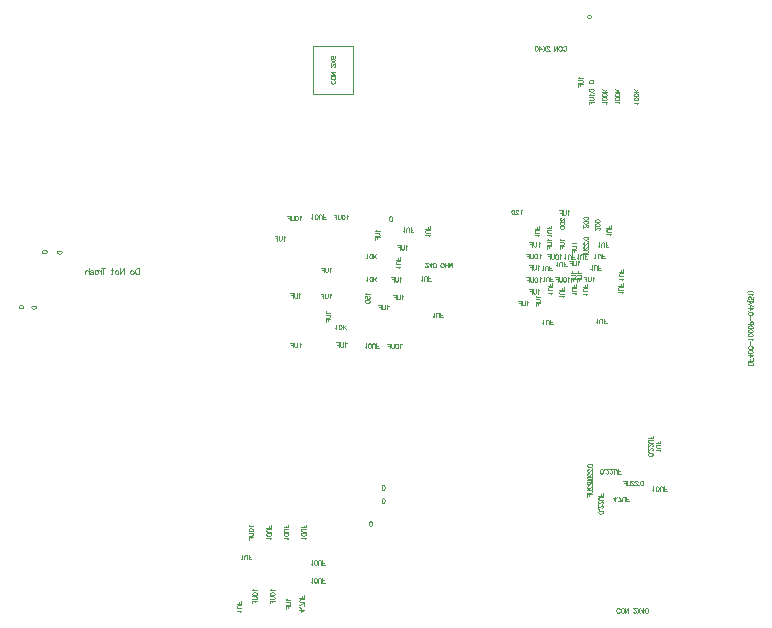
<source format=gbr>
%TF.GenerationSoftware,Altium Limited,Altium Designer,25.7.1 (20)*%
G04 Layer_Color=9339205*
%FSLAX45Y45*%
%MOMM*%
%TF.SameCoordinates,1AA72D45-9F13-4BD8-B423-63960E99F270*%
%TF.FilePolarity,Positive*%
%TF.FileFunction,Other,Bottom_Value*%
%TF.Part,Single*%
G01*
G75*
%TA.AperFunction,NonConductor*%
%ADD96C,0.10160*%
%ADD106C,0.05080*%
%ADD108C,0.02540*%
D96*
X1644782Y3865880D02*
Y3815091D01*
Y3865880D02*
X1627853D01*
X1620597Y3863461D01*
X1615760Y3858624D01*
X1613341Y3853787D01*
X1610923Y3846532D01*
Y3834439D01*
X1613341Y3827184D01*
X1615760Y3822346D01*
X1620597Y3817510D01*
X1627853Y3815091D01*
X1644782D01*
X1587463Y3848950D02*
X1592300Y3846532D01*
X1597137Y3841695D01*
X1599556Y3834439D01*
Y3829602D01*
X1597137Y3822346D01*
X1592300Y3817510D01*
X1587463Y3815091D01*
X1580208D01*
X1575370Y3817510D01*
X1570534Y3822346D01*
X1568115Y3829602D01*
Y3834439D01*
X1570534Y3841695D01*
X1575370Y3846532D01*
X1580208Y3848950D01*
X1587463D01*
X1517084Y3865880D02*
Y3815091D01*
Y3865880D02*
X1483225Y3815091D01*
Y3865880D02*
Y3815091D01*
X1457105Y3848950D02*
X1461942Y3846532D01*
X1466779Y3841695D01*
X1469197Y3834439D01*
Y3829602D01*
X1466779Y3822346D01*
X1461942Y3817510D01*
X1457105Y3815091D01*
X1449849D01*
X1445012Y3817510D01*
X1440175Y3822346D01*
X1437756Y3829602D01*
Y3834439D01*
X1440175Y3841695D01*
X1445012Y3846532D01*
X1449849Y3848950D01*
X1457105D01*
X1419376Y3865880D02*
Y3824765D01*
X1416957Y3817510D01*
X1412120Y3815091D01*
X1407283D01*
X1426631Y3848950D02*
X1409702D01*
X1343192Y3865880D02*
Y3815091D01*
X1360122Y3865880D02*
X1326262D01*
X1320216Y3848950D02*
Y3815091D01*
Y3834439D02*
X1317797Y3841695D01*
X1312961Y3846532D01*
X1308123Y3848950D01*
X1300868D01*
X1267250D02*
Y3815091D01*
Y3841695D02*
X1272087Y3846532D01*
X1276924Y3848950D01*
X1284180D01*
X1289017Y3846532D01*
X1293854Y3841695D01*
X1296272Y3834439D01*
Y3829602D01*
X1293854Y3822346D01*
X1289017Y3817510D01*
X1284180Y3815091D01*
X1276924D01*
X1272087Y3817510D01*
X1267250Y3822346D01*
X1227103Y3841695D02*
X1229521Y3846532D01*
X1236777Y3848950D01*
X1244032D01*
X1251288Y3846532D01*
X1253706Y3841695D01*
X1251288Y3836858D01*
X1246451Y3834439D01*
X1234358Y3832021D01*
X1229521Y3829602D01*
X1227103Y3824765D01*
Y3822346D01*
X1229521Y3817510D01*
X1236777Y3815091D01*
X1244032D01*
X1251288Y3817510D01*
X1253706Y3822346D01*
X1216461Y3865880D02*
Y3815091D01*
Y3839276D02*
X1209206Y3846532D01*
X1204368Y3848950D01*
X1197113D01*
X1192276Y3846532D01*
X1189857Y3839276D01*
Y3815091D01*
D106*
X6838365Y3050810D02*
X6800273D01*
X6838365D02*
Y3063507D01*
X6836551Y3068949D01*
X6832923Y3072577D01*
X6829295Y3074391D01*
X6823853Y3076205D01*
X6814784D01*
X6809342Y3074391D01*
X6805714Y3072577D01*
X6802086Y3068949D01*
X6800273Y3063507D01*
Y3050810D01*
X6838365Y3084730D02*
X6800273D01*
X6838365D02*
Y3108311D01*
X6820226Y3084730D02*
Y3099241D01*
X6838365Y3130803D02*
X6812970Y3112664D01*
Y3139872D01*
X6838365Y3130803D02*
X6800273D01*
X6838365Y3157467D02*
X6836551Y3152025D01*
X6831109Y3148398D01*
X6822039Y3146584D01*
X6816598D01*
X6807528Y3148398D01*
X6802086Y3152025D01*
X6800273Y3157467D01*
Y3161095D01*
X6802086Y3166537D01*
X6807528Y3170164D01*
X6816598Y3171978D01*
X6822039D01*
X6831109Y3170164D01*
X6836551Y3166537D01*
X6838365Y3161095D01*
Y3157467D01*
X6829295Y3207712D02*
X6832923Y3205898D01*
X6836551Y3202270D01*
X6838365Y3198643D01*
Y3191387D01*
X6836551Y3187759D01*
X6832923Y3184132D01*
X6829295Y3182317D01*
X6823853Y3180504D01*
X6814784D01*
X6809342Y3182317D01*
X6805714Y3184132D01*
X6802086Y3187759D01*
X6800273Y3191387D01*
Y3198643D01*
X6802086Y3202270D01*
X6805714Y3205898D01*
X6809342Y3207712D01*
X6816598Y3218414D02*
Y3251064D01*
X6831109Y3262310D02*
X6832923Y3265938D01*
X6838365Y3271380D01*
X6800273D01*
X6838365Y3301128D02*
X6836551Y3295686D01*
X6831109Y3292058D01*
X6822039Y3290244D01*
X6816598D01*
X6807528Y3292058D01*
X6802086Y3295686D01*
X6800273Y3301128D01*
Y3304756D01*
X6802086Y3310197D01*
X6807528Y3313825D01*
X6816598Y3315639D01*
X6822039D01*
X6831109Y3313825D01*
X6836551Y3310197D01*
X6838365Y3304756D01*
Y3301128D01*
Y3335048D02*
X6836551Y3329606D01*
X6831109Y3325978D01*
X6822039Y3324164D01*
X6816598D01*
X6807528Y3325978D01*
X6802086Y3329606D01*
X6800273Y3335048D01*
Y3338676D01*
X6802086Y3344117D01*
X6807528Y3347745D01*
X6816598Y3349559D01*
X6822039D01*
X6831109Y3347745D01*
X6836551Y3344117D01*
X6838365Y3338676D01*
Y3335048D01*
Y3358084D02*
X6800273D01*
X6838365D02*
Y3370781D01*
X6836551Y3376223D01*
X6832923Y3379851D01*
X6829295Y3381665D01*
X6823853Y3383479D01*
X6814784D01*
X6809342Y3381665D01*
X6805714Y3379851D01*
X6802086Y3376223D01*
X6800273Y3370781D01*
Y3358084D01*
X6818412Y3392004D02*
Y3408329D01*
X6820226Y3413771D01*
X6822039Y3415585D01*
X6825667Y3417399D01*
X6831109D01*
X6834737Y3415585D01*
X6836551Y3413771D01*
X6838365Y3408329D01*
Y3392004D01*
X6800273D01*
X6816598Y3425924D02*
Y3458574D01*
X6838365Y3480704D02*
X6836551Y3475262D01*
X6831109Y3471634D01*
X6822039Y3469820D01*
X6816598D01*
X6807528Y3471634D01*
X6802086Y3475262D01*
X6800273Y3480704D01*
Y3484332D01*
X6802086Y3489773D01*
X6807528Y3493401D01*
X6816598Y3495215D01*
X6822039D01*
X6831109Y3493401D01*
X6836551Y3489773D01*
X6838365Y3484332D01*
Y3480704D01*
X6803901Y3505554D02*
X6802086Y3503740D01*
X6800273Y3505554D01*
X6802086Y3507368D01*
X6803901Y3505554D01*
X6838365Y3533851D02*
X6812970Y3515712D01*
Y3542921D01*
X6838365Y3533851D02*
X6800273D01*
X6838365Y3549632D02*
X6800273Y3564143D01*
X6838365Y3578654D02*
X6800273Y3564143D01*
X6845620Y3596249D02*
X6841992Y3592621D01*
X6836551Y3588994D01*
X6829295Y3585366D01*
X6820226Y3583552D01*
X6812970D01*
X6803901Y3585366D01*
X6796645Y3588994D01*
X6791203Y3592621D01*
X6787575Y3596249D01*
X6841992Y3592621D02*
X6834737Y3588994D01*
X6829295Y3587180D01*
X6820226Y3585366D01*
X6812970D01*
X6803901Y3587180D01*
X6798459Y3588994D01*
X6791203Y3592621D01*
X6838365Y3625272D02*
Y3607133D01*
X6822039Y3605319D01*
X6823853Y3607133D01*
X6825667Y3612574D01*
Y3618016D01*
X6823853Y3623458D01*
X6820226Y3627085D01*
X6814784Y3628900D01*
X6811156D01*
X6805714Y3627085D01*
X6802086Y3623458D01*
X6800273Y3618016D01*
Y3612574D01*
X6802086Y3607133D01*
X6803901Y3605319D01*
X6807528Y3603505D01*
X6831109Y3637425D02*
X6832923Y3641053D01*
X6838365Y3646494D01*
X6800273D01*
X6845620Y3665359D02*
X6841992Y3668987D01*
X6836551Y3672614D01*
X6829295Y3676242D01*
X6820226Y3678056D01*
X6812970D01*
X6803901Y3676242D01*
X6796645Y3672614D01*
X6791203Y3668987D01*
X6787575Y3665359D01*
X6841992Y3668987D02*
X6834737Y3672614D01*
X6829295Y3674428D01*
X6820226Y3676242D01*
X6812970D01*
X6803901Y3674428D01*
X6798459Y3672614D01*
X6791203Y3668987D01*
X5712522Y958932D02*
X5710708Y955304D01*
X5707081Y951676D01*
X5703453Y949862D01*
X5696197D01*
X5692569Y951676D01*
X5688942Y955304D01*
X5687128Y958932D01*
X5685314Y964374D01*
Y973443D01*
X5687128Y978885D01*
X5688942Y982513D01*
X5692569Y986141D01*
X5696197Y987954D01*
X5703453D01*
X5707081Y986141D01*
X5710708Y982513D01*
X5712522Y978885D01*
X5734108Y949862D02*
X5730480Y951676D01*
X5726852Y955304D01*
X5725038Y958932D01*
X5723224Y964374D01*
Y973443D01*
X5725038Y978885D01*
X5726852Y982513D01*
X5730480Y986141D01*
X5734108Y987954D01*
X5741363D01*
X5744991Y986141D01*
X5748619Y982513D01*
X5750433Y978885D01*
X5752247Y973443D01*
Y964374D01*
X5750433Y958932D01*
X5748619Y955304D01*
X5744991Y951676D01*
X5741363Y949862D01*
X5734108D01*
X5761135D02*
Y987954D01*
Y949862D02*
X5786529Y987954D01*
Y949862D02*
Y987954D01*
X5828793Y958932D02*
Y957118D01*
X5830607Y953490D01*
X5832421Y951676D01*
X5836049Y949862D01*
X5843304D01*
X5846932Y951676D01*
X5848746Y953490D01*
X5850560Y957118D01*
Y960746D01*
X5848746Y964374D01*
X5845118Y969815D01*
X5826979Y987954D01*
X5852374D01*
X5860899Y949862D02*
X5886294Y987954D01*
Y949862D02*
X5860899Y987954D01*
X5912958Y949862D02*
X5894819Y975257D01*
X5922028D01*
X5912958Y949862D02*
Y987954D01*
X5939622Y949862D02*
X5934181Y951676D01*
X5930553Y957118D01*
X5928739Y966188D01*
Y971629D01*
X5930553Y980699D01*
X5934181Y986141D01*
X5939622Y987954D01*
X5943250D01*
X5948692Y986141D01*
X5952320Y980699D01*
X5954134Y971629D01*
Y966188D01*
X5952320Y957118D01*
X5948692Y951676D01*
X5943250Y949862D01*
X5939622D01*
X3295517Y5456425D02*
X3299145Y5454612D01*
X3302773Y5450984D01*
X3304587Y5447356D01*
Y5440100D01*
X3302773Y5436472D01*
X3299145Y5432845D01*
X3295517Y5431031D01*
X3290075Y5429217D01*
X3281006D01*
X3275564Y5431031D01*
X3271937Y5432845D01*
X3268309Y5436472D01*
X3266495Y5440100D01*
Y5447356D01*
X3268309Y5450984D01*
X3271937Y5454612D01*
X3275564Y5456425D01*
X3304587Y5478011D02*
X3302773Y5474383D01*
X3299145Y5470755D01*
X3295517Y5468941D01*
X3290075Y5467127D01*
X3281006D01*
X3275564Y5468941D01*
X3271937Y5470755D01*
X3268309Y5474383D01*
X3266495Y5478011D01*
Y5485266D01*
X3268309Y5488894D01*
X3271937Y5492522D01*
X3275564Y5494336D01*
X3281006Y5496150D01*
X3290075D01*
X3295517Y5494336D01*
X3299145Y5492522D01*
X3302773Y5488894D01*
X3304587Y5485266D01*
Y5478011D01*
Y5505038D02*
X3266495D01*
X3304587D02*
X3266495Y5530433D01*
X3304587D02*
X3266495D01*
X3295517Y5572696D02*
X3297331D01*
X3300959Y5574510D01*
X3302773Y5576324D01*
X3304587Y5579952D01*
Y5587208D01*
X3302773Y5590835D01*
X3300959Y5592649D01*
X3297331Y5594463D01*
X3293703D01*
X3290075Y5592649D01*
X3284634Y5589021D01*
X3266495Y5570882D01*
Y5596277D01*
X3304587Y5604802D02*
X3266495Y5630197D01*
X3304587D02*
X3266495Y5604802D01*
X3299145Y5660489D02*
X3302773Y5658675D01*
X3304587Y5653234D01*
Y5649606D01*
X3302773Y5644164D01*
X3297331Y5640536D01*
X3288262Y5638722D01*
X3279192D01*
X3271937Y5640536D01*
X3268309Y5644164D01*
X3266495Y5649606D01*
Y5651419D01*
X3268309Y5656861D01*
X3271937Y5660489D01*
X3277378Y5662303D01*
X3279192D01*
X3284634Y5660489D01*
X3288262Y5656861D01*
X3290075Y5651419D01*
Y5649606D01*
X3288262Y5644164D01*
X3284634Y5640536D01*
X3279192Y5638722D01*
X2760645Y1149624D02*
X2758831Y1145996D01*
X2753389Y1140554D01*
X2791481D01*
X2753389Y1110807D02*
X2755203Y1116248D01*
X2760645Y1119876D01*
X2769714Y1121690D01*
X2775156D01*
X2784226Y1119876D01*
X2789667Y1116248D01*
X2791481Y1110807D01*
Y1107179D01*
X2789667Y1101737D01*
X2784226Y1098109D01*
X2775156Y1096295D01*
X2769714D01*
X2760645Y1098109D01*
X2755203Y1101737D01*
X2753389Y1107179D01*
Y1110807D01*
Y1087770D02*
X2780598D01*
X2786039Y1085956D01*
X2789667Y1082328D01*
X2791481Y1076887D01*
Y1073259D01*
X2789667Y1067817D01*
X2786039Y1064189D01*
X2780598Y1062375D01*
X2753389D01*
Y1051855D02*
X2791481D01*
X2753389D02*
Y1028274D01*
X2771528Y1051855D02*
Y1037344D01*
X2502692Y958874D02*
X2504506Y962502D01*
X2509948Y967943D01*
X2471856D01*
X2509948Y986808D02*
X2482740D01*
X2477298Y988622D01*
X2473670Y992249D01*
X2471856Y997691D01*
Y1001319D01*
X2473670Y1006761D01*
X2477298Y1010388D01*
X2482740Y1012202D01*
X2509948D01*
Y1022723D02*
X2471856D01*
X2509948D02*
Y1046303D01*
X2491809Y1022723D02*
Y1037234D01*
X2507969Y1408628D02*
X2511597Y1406815D01*
X2517039Y1401373D01*
Y1439465D01*
X2535903Y1401373D02*
Y1428581D01*
X2537717Y1434023D01*
X2541345Y1437651D01*
X2546787Y1439465D01*
X2550415D01*
X2555856Y1437651D01*
X2559484Y1434023D01*
X2561298Y1428581D01*
Y1401373D01*
X2571818D02*
Y1439465D01*
Y1401373D02*
X2595399D01*
X2571818Y1419512D02*
X2586330D01*
X2892801Y1067385D02*
X2890987Y1063757D01*
X2885545Y1058316D01*
X2923637D01*
X2885545Y1039451D02*
X2912754D01*
X2918196Y1037637D01*
X2921823Y1034010D01*
X2923637Y1028568D01*
Y1024940D01*
X2921823Y1019498D01*
X2918196Y1015871D01*
X2912754Y1014057D01*
X2885545D01*
Y1003536D02*
X2923637D01*
X2885545D02*
Y979956D01*
X2903684Y1003536D02*
Y989025D01*
X3601887Y1684710D02*
X3596446Y1686524D01*
X3592818Y1691965D01*
X3591004Y1701035D01*
Y1706477D01*
X3592818Y1715546D01*
X3596446Y1720988D01*
X3601887Y1722802D01*
X3605515D01*
X3610957Y1720988D01*
X3614585Y1715546D01*
X3616399Y1706477D01*
Y1701035D01*
X3614585Y1691965D01*
X3610957Y1686524D01*
X3605515Y1684710D01*
X3601887D01*
X3713008Y2029050D02*
X3718450Y2027236D01*
X3722077Y2021794D01*
X3723891Y2012724D01*
Y2007283D01*
X3722077Y1998213D01*
X3718450Y1992771D01*
X3713008Y1990958D01*
X3709380D01*
X3703938Y1992771D01*
X3700311Y1998213D01*
X3698497Y2007283D01*
Y2012724D01*
X3700311Y2021794D01*
X3703938Y2027236D01*
X3709380Y2029050D01*
X3713008D01*
X3713033Y1918331D02*
X3718475Y1916517D01*
X3722103Y1911075D01*
X3723917Y1902006D01*
Y1896564D01*
X3722103Y1887495D01*
X3718475Y1882053D01*
X3713033Y1880239D01*
X3709405D01*
X3703964Y1882053D01*
X3700336Y1887495D01*
X3698522Y1896564D01*
Y1902006D01*
X3700336Y1911075D01*
X3703964Y1916517D01*
X3709405Y1918331D01*
X3713033D01*
X5220456Y3977442D02*
X5216828Y3979255D01*
X5211387Y3984697D01*
Y3946605D01*
X5181639Y3984697D02*
X5187081Y3982883D01*
X5190708Y3977442D01*
X5192522Y3968372D01*
Y3962930D01*
X5190708Y3953861D01*
X5187081Y3948419D01*
X5181639Y3946605D01*
X5178011D01*
X5172569Y3948419D01*
X5168942Y3953861D01*
X5167128Y3962930D01*
Y3968372D01*
X5168942Y3977442D01*
X5172569Y3982883D01*
X5178011Y3984697D01*
X5181639D01*
X5158602D02*
Y3957489D01*
X5156789Y3952047D01*
X5153161Y3948419D01*
X5147719Y3946605D01*
X5144091D01*
X5138649Y3948419D01*
X5135022Y3952047D01*
X5133208Y3957489D01*
Y3984697D01*
X5122687D02*
Y3946605D01*
Y3984697D02*
X5099107D01*
X5122687Y3966558D02*
X5108176D01*
X5044079Y3781303D02*
X5040451Y3783117D01*
X5035009Y3788558D01*
Y3750466D01*
X5005261Y3788558D02*
X5010703Y3786745D01*
X5014331Y3781303D01*
X5016145Y3772233D01*
Y3766792D01*
X5014331Y3757722D01*
X5010703Y3752280D01*
X5005261Y3750466D01*
X5001633D01*
X4996192Y3752280D01*
X4992564Y3757722D01*
X4990750Y3766792D01*
Y3772233D01*
X4992564Y3781303D01*
X4996192Y3786745D01*
X5001633Y3788558D01*
X5005261D01*
X4982225D02*
Y3761350D01*
X4980411Y3755908D01*
X4976783Y3752280D01*
X4971341Y3750466D01*
X4967713D01*
X4962272Y3752280D01*
X4958644Y3755908D01*
X4956830Y3761350D01*
Y3788558D01*
X4946310D02*
Y3750466D01*
Y3788558D02*
X4922729D01*
X4946310Y3770419D02*
X4931798D01*
X3102920Y4291020D02*
X3106548Y4289207D01*
X3111990Y4283765D01*
Y4321857D01*
X3141737Y4283765D02*
X3136296Y4285579D01*
X3132668Y4291020D01*
X3130854Y4300090D01*
Y4305532D01*
X3132668Y4314601D01*
X3136296Y4320043D01*
X3141737Y4321857D01*
X3145365D01*
X3150807Y4320043D01*
X3154435Y4314601D01*
X3156249Y4305532D01*
Y4300090D01*
X3154435Y4291020D01*
X3150807Y4285579D01*
X3145365Y4283765D01*
X3141737D01*
X3164774D02*
Y4310973D01*
X3166588Y4316415D01*
X3170216Y4320043D01*
X3175657Y4321857D01*
X3179285D01*
X3184727Y4320043D01*
X3188355Y4316415D01*
X3190169Y4310973D01*
Y4283765D01*
X3200689D02*
Y4321857D01*
Y4283765D02*
X3224270D01*
X3200689Y4301904D02*
X3215200D01*
X3866509Y3221106D02*
X3862881Y3222920D01*
X3857440Y3228361D01*
Y3190269D01*
X3827692Y3228361D02*
X3833134Y3226548D01*
X3836761Y3221106D01*
X3838575Y3212036D01*
Y3206595D01*
X3836761Y3197525D01*
X3833134Y3192083D01*
X3827692Y3190269D01*
X3824064D01*
X3818622Y3192083D01*
X3814995Y3197525D01*
X3813181Y3206595D01*
Y3212036D01*
X3814995Y3221106D01*
X3818622Y3226548D01*
X3824064Y3228361D01*
X3827692D01*
X3804655D02*
Y3201153D01*
X3802842Y3195711D01*
X3799214Y3192083D01*
X3793772Y3190269D01*
X3790144D01*
X3784702Y3192083D01*
X3781075Y3195711D01*
X3779261Y3201153D01*
Y3228361D01*
X3768740D02*
Y3190269D01*
Y3228361D02*
X3745160D01*
X3768740Y3210222D02*
X3754229D01*
X3553872Y3199608D02*
X3557500Y3197794D01*
X3562941Y3192352D01*
Y3230444D01*
X3592689Y3192352D02*
X3587247Y3194166D01*
X3583619Y3199608D01*
X3581806Y3208677D01*
Y3214119D01*
X3583619Y3223189D01*
X3587247Y3228630D01*
X3592689Y3230444D01*
X3596317D01*
X3601759Y3228630D01*
X3605386Y3223189D01*
X3607200Y3214119D01*
Y3208677D01*
X3605386Y3199608D01*
X3601759Y3194166D01*
X3596317Y3192352D01*
X3592689D01*
X3615726D02*
Y3219561D01*
X3617539Y3225002D01*
X3621167Y3228630D01*
X3626609Y3230444D01*
X3630237D01*
X3635679Y3228630D01*
X3639306Y3225002D01*
X3641120Y3219561D01*
Y3192352D01*
X3651641D02*
Y3230444D01*
Y3192352D02*
X3675221D01*
X3651641Y3210491D02*
X3666152D01*
X3016143Y4302917D02*
X3012515Y4304731D01*
X3007073Y4310173D01*
Y4272081D01*
X2977325Y4310173D02*
X2982767Y4308359D01*
X2986395Y4302917D01*
X2988209Y4293848D01*
Y4288406D01*
X2986395Y4279336D01*
X2982767Y4273895D01*
X2977325Y4272081D01*
X2973697D01*
X2968256Y4273895D01*
X2964628Y4279336D01*
X2962814Y4288406D01*
Y4293848D01*
X2964628Y4302917D01*
X2968256Y4308359D01*
X2973697Y4310173D01*
X2977325D01*
X2954289D02*
Y4282964D01*
X2952475Y4277523D01*
X2948847Y4273895D01*
X2943405Y4272081D01*
X2939777D01*
X2934336Y4273895D01*
X2930708Y4277523D01*
X2928894Y4282964D01*
Y4310173D01*
X2918374D02*
Y4272081D01*
Y4310173D02*
X2894793D01*
X2918374Y4292034D02*
X2903862D01*
X5990646Y1988714D02*
X5994274Y1986900D01*
X5999716Y1981458D01*
Y2019550D01*
X6029463Y1981458D02*
X6024022Y1983272D01*
X6020394Y1988714D01*
X6018580Y1997783D01*
Y2003225D01*
X6020394Y2012294D01*
X6024022Y2017736D01*
X6029463Y2019550D01*
X6033091D01*
X6038533Y2017736D01*
X6042161Y2012294D01*
X6043975Y2003225D01*
Y1997783D01*
X6042161Y1988714D01*
X6038533Y1983272D01*
X6033091Y1981458D01*
X6029463D01*
X6052500D02*
Y2008667D01*
X6054314Y2014108D01*
X6057942Y2017736D01*
X6063383Y2019550D01*
X6067011D01*
X6072453Y2017736D01*
X6076081Y2014108D01*
X6077895Y2008667D01*
Y1981458D01*
X6088415D02*
Y2019550D01*
Y1981458D02*
X6111996D01*
X6088415Y1999597D02*
X6102926D01*
X3566096Y3956731D02*
X3569724Y3954917D01*
X3575166Y3949475D01*
Y3987567D01*
X3604914Y3949475D02*
X3599472Y3951289D01*
X3595844Y3956731D01*
X3594030Y3965801D01*
Y3971242D01*
X3595844Y3980312D01*
X3599472Y3985754D01*
X3604914Y3987567D01*
X3608541D01*
X3613983Y3985754D01*
X3617611Y3980312D01*
X3619425Y3971242D01*
Y3965801D01*
X3617611Y3956731D01*
X3613983Y3951289D01*
X3608541Y3949475D01*
X3604914D01*
X3627950D02*
Y3987567D01*
X3653345Y3949475D02*
X3627950Y3974870D01*
X3637020Y3965801D02*
X3653345Y3987567D01*
X3565952Y3660788D02*
X3564138Y3657160D01*
X3558696Y3651718D01*
X3596788D01*
X3558696Y3611087D02*
Y3629226D01*
X3575021Y3631040D01*
X3573207Y3629226D01*
X3571393Y3623784D01*
Y3618343D01*
X3573207Y3612901D01*
X3576835Y3609273D01*
X3582277Y3607459D01*
X3585905D01*
X3591346Y3609273D01*
X3594974Y3612901D01*
X3596788Y3618343D01*
Y3623784D01*
X3594974Y3629226D01*
X3593160Y3631040D01*
X3589533Y3632854D01*
X3558696Y3588050D02*
X3560510Y3593492D01*
X3565952Y3597120D01*
X3575021Y3598934D01*
X3580463D01*
X3589533Y3597120D01*
X3594974Y3593492D01*
X3596788Y3588050D01*
Y3584423D01*
X3594974Y3578981D01*
X3589533Y3575353D01*
X3580463Y3573539D01*
X3575021D01*
X3565952Y3575353D01*
X3560510Y3578981D01*
X3558696Y3584423D01*
Y3588050D01*
X3567188Y3764224D02*
X3570816Y3762411D01*
X3576258Y3756969D01*
Y3795061D01*
X3606006Y3756969D02*
X3600564Y3758783D01*
X3596936Y3764224D01*
X3595122Y3773294D01*
Y3778736D01*
X3596936Y3787805D01*
X3600564Y3793247D01*
X3606006Y3795061D01*
X3609634D01*
X3615075Y3793247D01*
X3618703Y3787805D01*
X3620517Y3778736D01*
Y3773294D01*
X3618703Y3764224D01*
X3615075Y3758783D01*
X3609634Y3756969D01*
X3606006D01*
X3629042D02*
Y3795061D01*
X3654437Y3756969D02*
X3629042Y3782364D01*
X3638112Y3773294D02*
X3654437Y3795061D01*
X3412205Y4313001D02*
X3408577Y4314815D01*
X3403135Y4320257D01*
Y4282165D01*
X3373387Y4320257D02*
X3378829Y4318443D01*
X3382457Y4313001D01*
X3384271Y4303931D01*
Y4298490D01*
X3382457Y4289420D01*
X3378829Y4283978D01*
X3373387Y4282165D01*
X3369760D01*
X3364318Y4283978D01*
X3360690Y4289420D01*
X3358876Y4298490D01*
Y4303931D01*
X3360690Y4313001D01*
X3364318Y4318443D01*
X3369760Y4320257D01*
X3373387D01*
X3350351D02*
Y4293048D01*
X3348537Y4287606D01*
X3344909Y4283978D01*
X3339468Y4282165D01*
X3335840D01*
X3330398Y4283978D01*
X3326770Y4287606D01*
X3324956Y4293048D01*
Y4320257D01*
X3314436D02*
Y4282165D01*
Y4320257D02*
X3290855D01*
X3314436Y4302118D02*
X3299925D01*
X5043774Y3981201D02*
X5040146Y3983015D01*
X5034704Y3988456D01*
Y3950364D01*
X5004956Y3988456D02*
X5010398Y3986643D01*
X5014026Y3981201D01*
X5015840Y3972131D01*
Y3966690D01*
X5014026Y3957620D01*
X5010398Y3952178D01*
X5004956Y3950364D01*
X5001329D01*
X4995887Y3952178D01*
X4992259Y3957620D01*
X4990445Y3966690D01*
Y3972131D01*
X4992259Y3981201D01*
X4995887Y3986643D01*
X5001329Y3988456D01*
X5004956D01*
X4981920D02*
Y3961248D01*
X4980106Y3955806D01*
X4976478Y3952178D01*
X4971037Y3950364D01*
X4967409D01*
X4961967Y3952178D01*
X4958339Y3955806D01*
X4956525Y3961248D01*
Y3988456D01*
X4946005D02*
Y3950364D01*
Y3988456D02*
X4922424D01*
X4946005Y3970317D02*
X4931494D01*
X5286598Y3784376D02*
X5282970Y3786190D01*
X5277528Y3791632D01*
Y3753540D01*
X5247780Y3791632D02*
X5253222Y3789818D01*
X5256850Y3784376D01*
X5258664Y3775307D01*
Y3769865D01*
X5256850Y3760795D01*
X5253222Y3755354D01*
X5247780Y3753540D01*
X5244153D01*
X5238711Y3755354D01*
X5235083Y3760795D01*
X5233269Y3769865D01*
Y3775307D01*
X5235083Y3784376D01*
X5238711Y3789818D01*
X5244153Y3791632D01*
X5247780D01*
X5224744D02*
Y3764423D01*
X5222930Y3758982D01*
X5219302Y3755354D01*
X5213861Y3753540D01*
X5210233D01*
X5204791Y3755354D01*
X5201163Y3758982D01*
X5199349Y3764423D01*
Y3791632D01*
X5188829D02*
Y3753540D01*
Y3791632D02*
X5165248D01*
X5188829Y3773493D02*
X5174318D01*
X5455594Y5376975D02*
X5457407Y5382417D01*
X5462849Y5386045D01*
X5471919Y5387859D01*
X5477360D01*
X5486430Y5386045D01*
X5491872Y5382417D01*
X5493685Y5376975D01*
Y5373347D01*
X5491872Y5367906D01*
X5486430Y5364278D01*
X5477360Y5362464D01*
X5471919D01*
X5462849Y5364278D01*
X5457407Y5367906D01*
X5455594Y5373347D01*
Y5376975D01*
X5490058Y5352125D02*
X5491872Y5353939D01*
X5493685Y5352125D01*
X5491872Y5350311D01*
X5490058Y5352125D01*
X5462849Y5341967D02*
X5461035Y5338339D01*
X5455594Y5332897D01*
X5493685D01*
X5455594Y5314033D02*
X5482802D01*
X5488244Y5312219D01*
X5491872Y5308591D01*
X5493685Y5303150D01*
Y5299522D01*
X5491872Y5294080D01*
X5488244Y5290452D01*
X5482802Y5288638D01*
X5455594D01*
Y5278118D02*
X5493685D01*
X5455594D02*
Y5254537D01*
X5473733Y5278118D02*
Y5263607D01*
X3772626Y4267102D02*
X3767184Y4268916D01*
X3763557Y4274358D01*
X3761743Y4283428D01*
Y4288869D01*
X3763557Y4297939D01*
X3767184Y4303381D01*
X3772626Y4305194D01*
X3776254D01*
X3781696Y4303381D01*
X3785323Y4297939D01*
X3787137Y4288869D01*
Y4283428D01*
X3785323Y4274358D01*
X3781696Y4268916D01*
X3776254Y4267102D01*
X3772626D01*
X4883772Y4355724D02*
X4880144Y4357538D01*
X4874702Y4362979D01*
Y4324887D01*
X4854024Y4353910D02*
Y4355724D01*
X4852210Y4359351D01*
X4850396Y4361166D01*
X4846769Y4362979D01*
X4839513D01*
X4835885Y4361166D01*
X4834071Y4359351D01*
X4832258Y4355724D01*
Y4352096D01*
X4834071Y4348468D01*
X4837699Y4343026D01*
X4855838Y4324887D01*
X4830443D01*
X4811035Y4362979D02*
X4816477Y4361166D01*
X4820104Y4355724D01*
X4821918Y4346654D01*
Y4341213D01*
X4820104Y4332143D01*
X4816477Y4326701D01*
X4811035Y4324887D01*
X4807407D01*
X4801965Y4326701D01*
X4798338Y4332143D01*
X4796524Y4341213D01*
Y4346654D01*
X4798338Y4355724D01*
X4801965Y4361166D01*
X4807407Y4362979D01*
X4811035D01*
X5596082Y5260894D02*
X5597896Y5264522D01*
X5603338Y5269963D01*
X5565246D01*
X5603338Y5299711D02*
X5601524Y5294269D01*
X5596082Y5290641D01*
X5587012Y5288828D01*
X5581571D01*
X5572501Y5290641D01*
X5567059Y5294269D01*
X5565246Y5299711D01*
Y5303339D01*
X5567059Y5308781D01*
X5572501Y5312408D01*
X5581571Y5314222D01*
X5587012D01*
X5596082Y5312408D01*
X5601524Y5308781D01*
X5603338Y5303339D01*
Y5299711D01*
Y5333631D02*
X5601524Y5328189D01*
X5596082Y5324561D01*
X5587012Y5322748D01*
X5581571D01*
X5572501Y5324561D01*
X5567059Y5328189D01*
X5565246Y5333631D01*
Y5337259D01*
X5567059Y5342701D01*
X5572501Y5346328D01*
X5581571Y5348142D01*
X5587012D01*
X5596082Y5346328D01*
X5601524Y5342701D01*
X5603338Y5337259D01*
Y5333631D01*
Y5356667D02*
X5565246D01*
X5603338Y5382062D02*
X5577943Y5356667D01*
X5587012Y5365737D02*
X5565246Y5382062D01*
X3306127Y3356834D02*
X3309755Y3355020D01*
X3315197Y3349578D01*
Y3387670D01*
X3344945Y3349578D02*
X3339503Y3351392D01*
X3335875Y3356834D01*
X3334061Y3365903D01*
Y3371345D01*
X3335875Y3380415D01*
X3339503Y3385856D01*
X3344945Y3387670D01*
X3348572D01*
X3354014Y3385856D01*
X3357642Y3380415D01*
X3359456Y3371345D01*
Y3365903D01*
X3357642Y3356834D01*
X3354014Y3351392D01*
X3348572Y3349578D01*
X3344945D01*
X3367981D02*
Y3387670D01*
X3393376Y3349578D02*
X3367981Y3374973D01*
X3377051Y3365903D02*
X3393376Y3387670D01*
X5863265Y5260106D02*
X5865078Y5263734D01*
X5870520Y5269176D01*
X5832428D01*
X5870520Y5298924D02*
X5868706Y5293482D01*
X5863265Y5289854D01*
X5854195Y5288040D01*
X5848753D01*
X5839684Y5289854D01*
X5834242Y5293482D01*
X5832428Y5298924D01*
Y5302551D01*
X5834242Y5307993D01*
X5839684Y5311621D01*
X5848753Y5313435D01*
X5854195D01*
X5863265Y5311621D01*
X5868706Y5307993D01*
X5870520Y5302551D01*
Y5298924D01*
Y5332844D02*
X5868706Y5327402D01*
X5863265Y5323774D01*
X5854195Y5321960D01*
X5848753D01*
X5839684Y5323774D01*
X5834242Y5327402D01*
X5832428Y5332844D01*
Y5336471D01*
X5834242Y5341913D01*
X5839684Y5345541D01*
X5848753Y5347355D01*
X5854195D01*
X5863265Y5345541D01*
X5868706Y5341913D01*
X5870520Y5336471D01*
Y5332844D01*
Y5355880D02*
X5832428D01*
X5870520Y5381275D02*
X5845125Y5355880D01*
X5854195Y5364950D02*
X5832428Y5381275D01*
X5704591Y5261707D02*
X5706405Y5265334D01*
X5711846Y5270776D01*
X5673754D01*
X5711846Y5300524D02*
X5710033Y5295082D01*
X5704591Y5291454D01*
X5695521Y5289640D01*
X5690080D01*
X5681010Y5291454D01*
X5675568Y5295082D01*
X5673754Y5300524D01*
Y5304152D01*
X5675568Y5309593D01*
X5681010Y5313221D01*
X5690080Y5315035D01*
X5695521D01*
X5704591Y5313221D01*
X5710033Y5309593D01*
X5711846Y5304152D01*
Y5300524D01*
Y5334444D02*
X5710033Y5329002D01*
X5704591Y5325374D01*
X5695521Y5323560D01*
X5690080D01*
X5681010Y5325374D01*
X5675568Y5329002D01*
X5673754Y5334444D01*
Y5338072D01*
X5675568Y5343513D01*
X5681010Y5347141D01*
X5690080Y5348955D01*
X5695521D01*
X5704591Y5347141D01*
X5710033Y5343513D01*
X5711846Y5338072D01*
Y5334444D01*
Y5357480D02*
X5673754D01*
X5711846Y5382875D02*
X5686452Y5357480D01*
X5695521Y5366550D02*
X5673754Y5382875D01*
X771140Y3534806D02*
X769326Y3529364D01*
X763885Y3525736D01*
X754815Y3523922D01*
X749373D01*
X740304Y3525736D01*
X734862Y3529364D01*
X733048Y3534806D01*
Y3538434D01*
X734862Y3543875D01*
X740304Y3547503D01*
X749373Y3549317D01*
X754815D01*
X763885Y3547503D01*
X769326Y3543875D01*
X771140Y3538434D01*
Y3534806D01*
X663241Y3538540D02*
X661427Y3533098D01*
X655985Y3529470D01*
X646916Y3527656D01*
X641474D01*
X632405Y3529470D01*
X626963Y3533098D01*
X625149Y3538540D01*
Y3542167D01*
X626963Y3547609D01*
X632405Y3551237D01*
X641474Y3553051D01*
X646916D01*
X655985Y3551237D01*
X661427Y3547609D01*
X663241Y3542167D01*
Y3538540D01*
X989326Y4000616D02*
X987512Y3995175D01*
X982071Y3991547D01*
X973001Y3989733D01*
X967559D01*
X958490Y3991547D01*
X953048Y3995175D01*
X951234Y4000616D01*
Y4004244D01*
X953048Y4009686D01*
X958490Y4013314D01*
X967559Y4015128D01*
X973001D01*
X982071Y4013314D01*
X987512Y4009686D01*
X989326Y4004244D01*
Y4000616D01*
X860624Y4004909D02*
X858811Y3999467D01*
X853369Y3995839D01*
X844299Y3994026D01*
X838858D01*
X829788Y3995839D01*
X824346Y3999467D01*
X822533Y4004909D01*
Y4008537D01*
X824346Y4013979D01*
X829788Y4017606D01*
X838858Y4019420D01*
X844299D01*
X853369Y4017606D01*
X858811Y4013979D01*
X860624Y4008537D01*
Y4004909D01*
X3096367Y1363543D02*
X3099995Y1361730D01*
X3105437Y1356288D01*
Y1394380D01*
X3135184Y1356288D02*
X3129743Y1358102D01*
X3126115Y1363543D01*
X3124301Y1372613D01*
Y1378055D01*
X3126115Y1387124D01*
X3129743Y1392566D01*
X3135184Y1394380D01*
X3138812D01*
X3144254Y1392566D01*
X3147881Y1387124D01*
X3149696Y1378055D01*
Y1372613D01*
X3147881Y1363543D01*
X3144254Y1358102D01*
X3138812Y1356288D01*
X3135184D01*
X3158221D02*
Y1383496D01*
X3160035Y1388938D01*
X3163662Y1392566D01*
X3169104Y1394380D01*
X3172732D01*
X3178174Y1392566D01*
X3181801Y1388938D01*
X3183615Y1383496D01*
Y1356288D01*
X3194136D02*
Y1394380D01*
Y1356288D02*
X3217716D01*
X3194136Y1374427D02*
X3208647D01*
X3098399Y1212058D02*
X3102027Y1210244D01*
X3107469Y1204802D01*
Y1242894D01*
X3137216Y1204802D02*
X3131775Y1206616D01*
X3128147Y1212058D01*
X3126333Y1221127D01*
Y1226569D01*
X3128147Y1235639D01*
X3131775Y1241080D01*
X3137216Y1242894D01*
X3140844D01*
X3146286Y1241080D01*
X3149913Y1235639D01*
X3151728Y1226569D01*
Y1221127D01*
X3149913Y1212058D01*
X3146286Y1206616D01*
X3140844Y1204802D01*
X3137216D01*
X3160253D02*
Y1232011D01*
X3162067Y1237452D01*
X3165694Y1241080D01*
X3171136Y1242894D01*
X3174764D01*
X3180206Y1241080D01*
X3183833Y1237452D01*
X3185647Y1232011D01*
Y1204802D01*
X3196168D02*
Y1242894D01*
Y1204802D02*
X3219748D01*
X3196168Y1222941D02*
X3210679D01*
X3048055Y1574526D02*
X3049869Y1578154D01*
X3055311Y1583596D01*
X3017219D01*
X3055311Y1613343D02*
X3053497Y1607902D01*
X3048055Y1604274D01*
X3038986Y1602460D01*
X3033544D01*
X3024475Y1604274D01*
X3019033Y1607902D01*
X3017219Y1613343D01*
Y1616971D01*
X3019033Y1622413D01*
X3024475Y1626041D01*
X3033544Y1627855D01*
X3038986D01*
X3048055Y1626041D01*
X3053497Y1622413D01*
X3055311Y1616971D01*
Y1613343D01*
Y1636380D02*
X3028102D01*
X3022661Y1638194D01*
X3019033Y1641822D01*
X3017219Y1647263D01*
Y1650891D01*
X3019033Y1656333D01*
X3022661Y1659961D01*
X3028102Y1661775D01*
X3055311D01*
Y1672295D02*
X3017219D01*
X3055311D02*
Y1695876D01*
X3037172Y1672295D02*
Y1686806D01*
X2901066Y1573840D02*
X2902879Y1577468D01*
X2908321Y1582910D01*
X2870229D01*
X2908321Y1612658D02*
X2906507Y1607216D01*
X2901066Y1603588D01*
X2891996Y1601774D01*
X2886554D01*
X2877485Y1603588D01*
X2872043Y1607216D01*
X2870229Y1612658D01*
Y1616286D01*
X2872043Y1621727D01*
X2877485Y1625355D01*
X2886554Y1627169D01*
X2891996D01*
X2901066Y1625355D01*
X2906507Y1621727D01*
X2908321Y1616286D01*
Y1612658D01*
Y1635694D02*
X2881113D01*
X2875671Y1637508D01*
X2872043Y1641136D01*
X2870229Y1646578D01*
Y1650205D01*
X2872043Y1655647D01*
X2875671Y1659275D01*
X2881113Y1661089D01*
X2908321D01*
Y1671609D02*
X2870229D01*
X2908321D02*
Y1695190D01*
X2890182Y1671609D02*
Y1686121D01*
X2752679Y1573358D02*
X2754493Y1576986D01*
X2759934Y1582427D01*
X2721842D01*
X2759934Y1612175D02*
X2758120Y1606733D01*
X2752679Y1603106D01*
X2743609Y1601292D01*
X2738167D01*
X2729098Y1603106D01*
X2723656Y1606733D01*
X2721842Y1612175D01*
Y1615803D01*
X2723656Y1621245D01*
X2729098Y1624872D01*
X2738167Y1626686D01*
X2743609D01*
X2752679Y1624872D01*
X2758120Y1621245D01*
X2759934Y1615803D01*
Y1612175D01*
Y1635212D02*
X2732726D01*
X2727284Y1637025D01*
X2723656Y1640653D01*
X2721842Y1646095D01*
Y1649723D01*
X2723656Y1655165D01*
X2727284Y1658792D01*
X2732726Y1660606D01*
X2759934D01*
Y1671127D02*
X2721842D01*
X2759934D02*
Y1694707D01*
X2741795Y1671127D02*
Y1685638D01*
X2611521Y1149649D02*
X2609708Y1146021D01*
X2604266Y1140580D01*
X2642358D01*
X2604266Y1110832D02*
X2606080Y1116274D01*
X2611521Y1119901D01*
X2620591Y1121715D01*
X2626033D01*
X2635102Y1119901D01*
X2640544Y1116274D01*
X2642358Y1110832D01*
Y1107204D01*
X2640544Y1101762D01*
X2635102Y1098135D01*
X2626033Y1096321D01*
X2620591D01*
X2611521Y1098135D01*
X2606080Y1101762D01*
X2604266Y1107204D01*
Y1110832D01*
Y1087795D02*
X2631474D01*
X2636916Y1085982D01*
X2640544Y1082354D01*
X2642358Y1076912D01*
Y1073284D01*
X2640544Y1067842D01*
X2636916Y1064215D01*
X2631474Y1062401D01*
X2604266D01*
Y1051880D02*
X2642358D01*
X2604266D02*
Y1028300D01*
X2622405Y1051880D02*
Y1037369D01*
X2578425Y1690999D02*
X2576611Y1687372D01*
X2571170Y1681930D01*
X2609261D01*
X2571170Y1652182D02*
X2572983Y1657624D01*
X2578425Y1661252D01*
X2587495Y1663066D01*
X2592936D01*
X2602006Y1661252D01*
X2607448Y1657624D01*
X2609261Y1652182D01*
Y1648554D01*
X2607448Y1643113D01*
X2602006Y1639485D01*
X2592936Y1637671D01*
X2587495D01*
X2578425Y1639485D01*
X2572983Y1643113D01*
X2571170Y1648554D01*
Y1652182D01*
Y1629146D02*
X2598378D01*
X2603820Y1627332D01*
X2607448Y1623704D01*
X2609261Y1618262D01*
Y1614634D01*
X2607448Y1609193D01*
X2603820Y1605565D01*
X2598378Y1603751D01*
X2571170D01*
Y1593230D02*
X2609261D01*
X2571170D02*
Y1569650D01*
X2589309Y1593230D02*
Y1578719D01*
X5558777Y2128092D02*
X5553336Y2129906D01*
X5549708Y2135348D01*
X5547894Y2144417D01*
Y2149859D01*
X5549708Y2158929D01*
X5553336Y2164370D01*
X5558777Y2166184D01*
X5562405D01*
X5567847Y2164370D01*
X5571475Y2158929D01*
X5573289Y2149859D01*
Y2144417D01*
X5571475Y2135348D01*
X5567847Y2129906D01*
X5562405Y2128092D01*
X5558777D01*
X5583628Y2162556D02*
X5581814Y2164370D01*
X5583628Y2166184D01*
X5585442Y2164370D01*
X5583628Y2162556D01*
X5595599Y2137162D02*
Y2135348D01*
X5597413Y2131720D01*
X5599227Y2129906D01*
X5602855Y2128092D01*
X5610111D01*
X5613739Y2129906D01*
X5615552Y2131720D01*
X5617366Y2135348D01*
Y2138976D01*
X5615552Y2142604D01*
X5611925Y2148045D01*
X5593786Y2166184D01*
X5619180D01*
X5629519Y2137162D02*
Y2135348D01*
X5631333Y2131720D01*
X5633147Y2129906D01*
X5636775Y2128092D01*
X5644031D01*
X5647659Y2129906D01*
X5649472Y2131720D01*
X5651286Y2135348D01*
Y2138976D01*
X5649472Y2142604D01*
X5645844Y2148045D01*
X5627706Y2166184D01*
X5653100D01*
X5661625Y2128092D02*
Y2155301D01*
X5663439Y2160742D01*
X5667067Y2164370D01*
X5672509Y2166184D01*
X5676137D01*
X5681578Y2164370D01*
X5685206Y2160742D01*
X5687020Y2155301D01*
Y2128092D01*
X5697541D02*
Y2166184D01*
Y2128092D02*
X5721121D01*
X5697541Y2146231D02*
X5712052D01*
X5439693Y2093836D02*
X5441507Y2099278D01*
X5446949Y2102906D01*
X5456019Y2104720D01*
X5461460D01*
X5470530Y2102906D01*
X5475972Y2099278D01*
X5477785Y2093836D01*
Y2090208D01*
X5475972Y2084767D01*
X5470530Y2081139D01*
X5461460Y2079325D01*
X5456019D01*
X5446949Y2081139D01*
X5441507Y2084767D01*
X5439693Y2090208D01*
Y2093836D01*
X5474157Y2068986D02*
X5475972Y2070800D01*
X5477785Y2068986D01*
X5475972Y2067172D01*
X5474157Y2068986D01*
X5448763Y2057014D02*
X5446949D01*
X5443321Y2055200D01*
X5441507Y2053386D01*
X5439693Y2049758D01*
Y2042503D01*
X5441507Y2038875D01*
X5443321Y2037061D01*
X5446949Y2035247D01*
X5450577D01*
X5454205Y2037061D01*
X5459646Y2040689D01*
X5477785Y2058828D01*
Y2033433D01*
X5448763Y2023094D02*
X5446949D01*
X5443321Y2021280D01*
X5441507Y2019466D01*
X5439693Y2015838D01*
Y2008583D01*
X5441507Y2004955D01*
X5443321Y2003141D01*
X5446949Y2001327D01*
X5450577D01*
X5454205Y2003141D01*
X5459646Y2006769D01*
X5477785Y2024908D01*
Y1999513D01*
X5439693Y1990988D02*
X5466902D01*
X5472344Y1989174D01*
X5475972Y1985546D01*
X5477785Y1980105D01*
Y1976477D01*
X5475972Y1971035D01*
X5472344Y1967408D01*
X5466902Y1965593D01*
X5439693D01*
Y1955073D02*
X5477785D01*
X5439693D02*
Y1931492D01*
X5457832Y1955073D02*
Y1940562D01*
X5440481Y2199576D02*
X5442295Y2205018D01*
X5447736Y2208646D01*
X5456806Y2210460D01*
X5462248D01*
X5471317Y2208646D01*
X5476759Y2205018D01*
X5478573Y2199576D01*
Y2195949D01*
X5476759Y2190507D01*
X5471317Y2186879D01*
X5462248Y2185065D01*
X5456806D01*
X5447736Y2186879D01*
X5442295Y2190507D01*
X5440481Y2195949D01*
Y2199576D01*
X5474945Y2174726D02*
X5476759Y2176540D01*
X5478573Y2174726D01*
X5476759Y2172912D01*
X5474945Y2174726D01*
X5449550Y2162754D02*
X5447736D01*
X5444109Y2160940D01*
X5442295Y2159126D01*
X5440481Y2155499D01*
Y2148243D01*
X5442295Y2144615D01*
X5444109Y2142801D01*
X5447736Y2140988D01*
X5451364D01*
X5454992Y2142801D01*
X5460434Y2146429D01*
X5478573Y2164568D01*
Y2139174D01*
X5449550Y2128834D02*
X5447736D01*
X5444109Y2127020D01*
X5442295Y2125207D01*
X5440481Y2121579D01*
Y2114323D01*
X5442295Y2110695D01*
X5444109Y2108881D01*
X5447736Y2107068D01*
X5451364D01*
X5454992Y2108881D01*
X5460434Y2112509D01*
X5478573Y2130648D01*
Y2105254D01*
X5440481Y2096728D02*
X5467689D01*
X5473131Y2094915D01*
X5476759Y2091287D01*
X5478573Y2085845D01*
Y2082217D01*
X5476759Y2076775D01*
X5473131Y2073148D01*
X5467689Y2071334D01*
X5440481D01*
Y2060813D02*
X5478573D01*
X5440481D02*
Y2037233D01*
X5458620Y2060813D02*
Y2046302D01*
X5571486Y1800771D02*
X5569672Y1795329D01*
X5564230Y1791702D01*
X5555161Y1789888D01*
X5549719D01*
X5540650Y1791702D01*
X5535208Y1795329D01*
X5533394Y1800771D01*
Y1804399D01*
X5535208Y1809841D01*
X5540650Y1813468D01*
X5549719Y1815282D01*
X5555161D01*
X5564230Y1813468D01*
X5569672Y1809841D01*
X5571486Y1804399D01*
Y1800771D01*
X5537022Y1825621D02*
X5535208Y1823808D01*
X5533394Y1825621D01*
X5535208Y1827436D01*
X5537022Y1825621D01*
X5562416Y1837593D02*
X5564230D01*
X5567858Y1839407D01*
X5569672Y1841221D01*
X5571486Y1844849D01*
Y1852104D01*
X5569672Y1855732D01*
X5567858Y1857546D01*
X5564230Y1859360D01*
X5560603D01*
X5556975Y1857546D01*
X5551533Y1853918D01*
X5533394Y1835779D01*
Y1861174D01*
X5562416Y1871513D02*
X5564230D01*
X5567858Y1873327D01*
X5569672Y1875141D01*
X5571486Y1878769D01*
Y1886024D01*
X5569672Y1889652D01*
X5567858Y1891466D01*
X5564230Y1893280D01*
X5560603D01*
X5556975Y1891466D01*
X5551533Y1887838D01*
X5533394Y1869699D01*
Y1895094D01*
X5571486Y1903619D02*
X5544277D01*
X5538836Y1905433D01*
X5535208Y1909061D01*
X5533394Y1914503D01*
Y1918131D01*
X5535208Y1923572D01*
X5538836Y1927200D01*
X5544277Y1929014D01*
X5571486D01*
Y1939534D02*
X5533394D01*
X5571486D02*
Y1963115D01*
X5553347Y1939534D02*
Y1954046D01*
X5901855Y2067124D02*
X5907297Y2065310D01*
X5910925Y2059869D01*
X5912738Y2050799D01*
Y2045357D01*
X5910925Y2036288D01*
X5907297Y2030846D01*
X5901855Y2029032D01*
X5898227D01*
X5892786Y2030846D01*
X5889158Y2036288D01*
X5887344Y2045357D01*
Y2050799D01*
X5889158Y2059869D01*
X5892786Y2065310D01*
X5898227Y2067124D01*
X5901855D01*
X5877005Y2032660D02*
X5878819Y2030846D01*
X5877005Y2029032D01*
X5875191Y2030846D01*
X5877005Y2032660D01*
X5865033Y2058055D02*
Y2059869D01*
X5863219Y2063496D01*
X5861405Y2065310D01*
X5857777Y2067124D01*
X5850522D01*
X5846894Y2065310D01*
X5845080Y2063496D01*
X5843266Y2059869D01*
Y2056241D01*
X5845080Y2052613D01*
X5848708Y2047171D01*
X5866847Y2029032D01*
X5841452D01*
X5831113Y2058055D02*
Y2059869D01*
X5829299Y2063496D01*
X5827485Y2065310D01*
X5823857Y2067124D01*
X5816602D01*
X5812974Y2065310D01*
X5811160Y2063496D01*
X5809346Y2059869D01*
Y2056241D01*
X5811160Y2052613D01*
X5814788Y2047171D01*
X5832927Y2029032D01*
X5807532D01*
X5799007Y2067124D02*
Y2039916D01*
X5797193Y2034474D01*
X5793565Y2030846D01*
X5788124Y2029032D01*
X5784496D01*
X5779054Y2030846D01*
X5775426Y2034474D01*
X5773612Y2039916D01*
Y2067124D01*
X5763092D02*
Y2029032D01*
Y2067124D02*
X5739511D01*
X5763092Y2048985D02*
X5748581D01*
X5285563Y4348383D02*
X5281936Y4350197D01*
X5276494Y4355639D01*
Y4317547D01*
X5257630Y4355639D02*
Y4328430D01*
X5255816Y4322989D01*
X5252188Y4319361D01*
X5246746Y4317547D01*
X5243118D01*
X5237677Y4319361D01*
X5234049Y4322989D01*
X5232235Y4328430D01*
Y4355639D01*
X5221714D02*
Y4317547D01*
Y4355639D02*
X5198134D01*
X5221714Y4337500D02*
X5207203D01*
X5632404Y4146447D02*
X5634218Y4150075D01*
X5639660Y4155516D01*
X5601568D01*
X5639660Y4174381D02*
X5612451D01*
X5607010Y4176195D01*
X5603382Y4179822D01*
X5601568Y4185264D01*
Y4188892D01*
X5603382Y4194334D01*
X5607010Y4197961D01*
X5612451Y4199775D01*
X5639660D01*
Y4210296D02*
X5601568D01*
X5639660D02*
Y4233876D01*
X5621521Y4210296D02*
Y4224807D01*
X5531433Y4054013D02*
X5535061Y4052199D01*
X5540503Y4046757D01*
Y4084849D01*
X5559367Y4046757D02*
Y4073966D01*
X5561181Y4079408D01*
X5564809Y4083036D01*
X5570250Y4084849D01*
X5573878D01*
X5579320Y4083036D01*
X5582947Y4079408D01*
X5584762Y4073966D01*
Y4046757D01*
X5595282D02*
Y4084849D01*
Y4046757D02*
X5618863D01*
X5595282Y4064896D02*
X5609793D01*
X5435137Y4211576D02*
X5436951D01*
X5440579Y4213390D01*
X5442393Y4215204D01*
X5444207Y4218832D01*
Y4226088D01*
X5442393Y4229715D01*
X5440579Y4231529D01*
X5436951Y4233343D01*
X5433323D01*
X5429695Y4231529D01*
X5424254Y4227901D01*
X5406115Y4209762D01*
Y4235157D01*
X5444207Y4254566D02*
X5442393Y4249124D01*
X5436951Y4245496D01*
X5427881Y4243682D01*
X5422440D01*
X5413370Y4245496D01*
X5407928Y4249124D01*
X5406115Y4254566D01*
Y4258194D01*
X5407928Y4263635D01*
X5413370Y4267263D01*
X5422440Y4269077D01*
X5427881D01*
X5436951Y4267263D01*
X5442393Y4263635D01*
X5444207Y4258194D01*
Y4254566D01*
Y4288486D02*
X5442393Y4283044D01*
X5436951Y4279416D01*
X5427881Y4277602D01*
X5422440D01*
X5413370Y4279416D01*
X5407928Y4283044D01*
X5406115Y4288486D01*
Y4292114D01*
X5407928Y4297555D01*
X5413370Y4301183D01*
X5422440Y4302997D01*
X5427881D01*
X5436951Y4301183D01*
X5442393Y4297555D01*
X5444207Y4292114D01*
Y4288486D01*
X5535035Y4188818D02*
X5536849D01*
X5540477Y4190632D01*
X5542291Y4192446D01*
X5544105Y4196074D01*
Y4203329D01*
X5542291Y4206957D01*
X5540477Y4208771D01*
X5536849Y4210585D01*
X5533221D01*
X5529593Y4208771D01*
X5524152Y4205143D01*
X5506013Y4187004D01*
Y4212399D01*
X5544105Y4231807D02*
X5542291Y4226366D01*
X5536849Y4222738D01*
X5527780Y4220924D01*
X5522338D01*
X5513268Y4222738D01*
X5507827Y4226366D01*
X5506013Y4231807D01*
Y4235435D01*
X5507827Y4240877D01*
X5513268Y4244505D01*
X5522338Y4246319D01*
X5527780D01*
X5536849Y4244505D01*
X5542291Y4240877D01*
X5544105Y4235435D01*
Y4231807D01*
Y4265727D02*
X5542291Y4260286D01*
X5536849Y4256658D01*
X5527780Y4254844D01*
X5522338D01*
X5513268Y4256658D01*
X5507827Y4260286D01*
X5506013Y4265727D01*
Y4269355D01*
X5507827Y4274797D01*
X5513268Y4278425D01*
X5522338Y4280239D01*
X5527780D01*
X5536849Y4278425D01*
X5542291Y4274797D01*
X5544105Y4269355D01*
Y4265727D01*
X5453231Y5447802D02*
X5455045Y5453244D01*
X5460487Y5456872D01*
X5469556Y5458686D01*
X5474998D01*
X5484068Y5456872D01*
X5489509Y5453244D01*
X5491323Y5447802D01*
Y5444174D01*
X5489509Y5438733D01*
X5484068Y5435105D01*
X5474998Y5433291D01*
X5469556D01*
X5460487Y5435105D01*
X5455045Y5438733D01*
X5453231Y5444174D01*
Y5447802D01*
X5128570Y4139894D02*
X5130384Y4143522D01*
X5135825Y4148963D01*
X5097734D01*
X5135825Y4167828D02*
X5108617D01*
X5103175Y4169641D01*
X5099547Y4173269D01*
X5097734Y4178711D01*
Y4182339D01*
X5099547Y4187781D01*
X5103175Y4191408D01*
X5108617Y4193222D01*
X5135825D01*
Y4203743D02*
X5097734D01*
X5135825D02*
Y4227323D01*
X5117686Y4203743D02*
Y4218254D01*
X5232786Y3620641D02*
X5234600Y3624269D01*
X5240042Y3629711D01*
X5201950D01*
X5240042Y3648575D02*
X5212833D01*
X5207391Y3650389D01*
X5203764Y3654017D01*
X5201950Y3659459D01*
Y3663087D01*
X5203764Y3668528D01*
X5207391Y3672156D01*
X5212833Y3673970D01*
X5240042D01*
Y3684490D02*
X5201950D01*
X5240042D02*
Y3708071D01*
X5221903Y3684490D02*
Y3699002D01*
X5496104Y3785976D02*
X5492476Y3787790D01*
X5487034Y3793232D01*
Y3755140D01*
X5468170Y3793232D02*
Y3766023D01*
X5466356Y3760582D01*
X5462728Y3756954D01*
X5457287Y3755140D01*
X5453659D01*
X5448217Y3756954D01*
X5444590Y3760582D01*
X5442775Y3766023D01*
Y3793232D01*
X5432255D02*
Y3755140D01*
Y3793232D02*
X5408674D01*
X5432255Y3775093D02*
X5417744D01*
X5024277Y4138649D02*
X5026091Y4142277D01*
X5031533Y4147719D01*
X4993441D01*
X5031533Y4166583D02*
X5004325D01*
X4998883Y4168397D01*
X4995255Y4172025D01*
X4993441Y4177466D01*
Y4181094D01*
X4995255Y4186536D01*
X4998883Y4190164D01*
X5004325Y4191978D01*
X5031533D01*
Y4202498D02*
X4993441D01*
X5031533D02*
Y4226079D01*
X5013394Y4202498D02*
Y4217009D01*
X5008418Y3632252D02*
X5006604Y3628624D01*
X5001162Y3623182D01*
X5039254D01*
X5001162Y3604318D02*
X5028371D01*
X5033812Y3602504D01*
X5037440Y3598876D01*
X5039254Y3593435D01*
Y3589807D01*
X5037440Y3584365D01*
X5033812Y3580737D01*
X5028371Y3578923D01*
X5001162D01*
Y3568403D02*
X5039254D01*
X5001162D02*
Y3544822D01*
X5019301Y3568403D02*
Y3553892D01*
X5466409Y3861862D02*
X5470037Y3860048D01*
X5475479Y3854606D01*
Y3892698D01*
X5494343Y3854606D02*
Y3881815D01*
X5496157Y3887257D01*
X5499785Y3890885D01*
X5505226Y3892698D01*
X5508854D01*
X5514296Y3890885D01*
X5517923Y3887257D01*
X5519738Y3881815D01*
Y3854606D01*
X5530258D02*
Y3892698D01*
Y3854606D02*
X5553839D01*
X5530258Y3872745D02*
X5544769D01*
X5211465Y4116452D02*
X5209652Y4112824D01*
X5204210Y4107382D01*
X5242302D01*
X5204210Y4088518D02*
X5231418D01*
X5236860Y4086704D01*
X5240488Y4083076D01*
X5242302Y4077635D01*
Y4074007D01*
X5240488Y4068565D01*
X5236860Y4064938D01*
X5231418Y4063123D01*
X5204210D01*
Y4052603D02*
X5242302D01*
X5204210D02*
Y4029022D01*
X5222349Y4052603D02*
Y4038092D01*
X5104989Y4115715D02*
X5103175Y4112088D01*
X5097733Y4106646D01*
X5135825D01*
X5097733Y4087782D02*
X5124941D01*
X5130383Y4085968D01*
X5134011Y4082340D01*
X5135825Y4076898D01*
Y4073270D01*
X5134011Y4067829D01*
X5130383Y4064201D01*
X5124941Y4062387D01*
X5097733D01*
Y4051866D02*
X5135825D01*
X5097733D02*
Y4028286D01*
X5115872Y4051866D02*
Y4037355D01*
X5430296Y3643019D02*
X5432110Y3646647D01*
X5437552Y3652088D01*
X5399460D01*
X5437552Y3670953D02*
X5410344D01*
X5404902Y3672767D01*
X5401274Y3676394D01*
X5399460Y3681836D01*
Y3685464D01*
X5401274Y3690906D01*
X5404902Y3694533D01*
X5410344Y3696347D01*
X5437552D01*
Y3706868D02*
X5399460D01*
X5437552D02*
Y3730448D01*
X5419413Y3706868D02*
Y3721379D01*
X5992694Y2287079D02*
X5990880Y2281638D01*
X5985439Y2278010D01*
X5976369Y2276196D01*
X5970927D01*
X5961858Y2278010D01*
X5956416Y2281638D01*
X5954602Y2287079D01*
Y2290707D01*
X5956416Y2296149D01*
X5961858Y2299777D01*
X5970927Y2301591D01*
X5976369D01*
X5985439Y2299777D01*
X5990880Y2296149D01*
X5992694Y2290707D01*
Y2287079D01*
X5958230Y2311930D02*
X5956416Y2310116D01*
X5954602Y2311930D01*
X5956416Y2313744D01*
X5958230Y2311930D01*
X5983625Y2323902D02*
X5985439D01*
X5989066Y2325716D01*
X5990880Y2327530D01*
X5992694Y2331157D01*
Y2338413D01*
X5990880Y2342041D01*
X5989066Y2343855D01*
X5985439Y2345668D01*
X5981811D01*
X5978183Y2343855D01*
X5972741Y2340227D01*
X5954602Y2322088D01*
Y2347482D01*
X5983625Y2357822D02*
X5985439D01*
X5989066Y2359636D01*
X5990880Y2361449D01*
X5992694Y2365077D01*
Y2372333D01*
X5990880Y2375961D01*
X5989066Y2377775D01*
X5985439Y2379588D01*
X5981811D01*
X5978183Y2377775D01*
X5972741Y2374147D01*
X5954602Y2356008D01*
Y2381402D01*
X5992694Y2389928D02*
X5965486D01*
X5960044Y2391741D01*
X5956416Y2395369D01*
X5954602Y2400811D01*
Y2404439D01*
X5956416Y2409881D01*
X5960044Y2413508D01*
X5965486Y2415322D01*
X5992694D01*
Y2425843D02*
X5954602D01*
X5992694D02*
Y2449423D01*
X5974555Y2425843D02*
Y2440354D01*
X5499327Y3956960D02*
X5502955Y3955146D01*
X5508397Y3949704D01*
Y3987796D01*
X5527261Y3949704D02*
Y3976913D01*
X5529075Y3982354D01*
X5532703Y3985982D01*
X5538145Y3987796D01*
X5541773D01*
X5547214Y3985982D01*
X5550842Y3982354D01*
X5552656Y3976913D01*
Y3949704D01*
X5563176D02*
Y3987796D01*
Y3949704D02*
X5586757D01*
X5563176Y3967843D02*
X5577688D01*
X5314691Y4086505D02*
X5312877Y4082878D01*
X5307435Y4077436D01*
X5345527D01*
X5307435Y4058572D02*
X5334644D01*
X5340086Y4056758D01*
X5343713Y4053130D01*
X5345527Y4047688D01*
Y4044060D01*
X5343713Y4038619D01*
X5340086Y4034991D01*
X5334644Y4033177D01*
X5307435D01*
Y4022656D02*
X5345527D01*
X5307435D02*
Y3999076D01*
X5325574Y4022656D02*
Y4008145D01*
X5405911Y4124058D02*
X5407725Y4129500D01*
X5413167Y4133128D01*
X5422237Y4134942D01*
X5427678D01*
X5436748Y4133128D01*
X5442190Y4129500D01*
X5444003Y4124058D01*
Y4120430D01*
X5442190Y4114989D01*
X5436748Y4111361D01*
X5427678Y4109547D01*
X5422237D01*
X5413167Y4111361D01*
X5407725Y4114989D01*
X5405911Y4120430D01*
Y4124058D01*
X5440375Y4099208D02*
X5442190Y4101022D01*
X5444003Y4099208D01*
X5442190Y4097394D01*
X5440375Y4099208D01*
X5414981Y4087236D02*
X5413167D01*
X5409539Y4085422D01*
X5407725Y4083608D01*
X5405911Y4079980D01*
Y4072725D01*
X5407725Y4069097D01*
X5409539Y4067283D01*
X5413167Y4065469D01*
X5416795D01*
X5420423Y4067283D01*
X5425864Y4070911D01*
X5444003Y4089050D01*
Y4063655D01*
X5414981Y4053316D02*
X5413167D01*
X5409539Y4051502D01*
X5407725Y4049688D01*
X5405911Y4046060D01*
Y4038805D01*
X5407725Y4035177D01*
X5409539Y4033363D01*
X5413167Y4031549D01*
X5416795D01*
X5420423Y4033363D01*
X5425864Y4036991D01*
X5444003Y4055130D01*
Y4029735D01*
X5405911Y4021210D02*
X5433120D01*
X5438562Y4019396D01*
X5442190Y4015768D01*
X5444003Y4010327D01*
Y4006699D01*
X5442190Y4001257D01*
X5438562Y3997630D01*
X5433120Y3995815D01*
X5405911D01*
Y3985295D02*
X5444003D01*
X5405911D02*
Y3961714D01*
X5424050Y3985295D02*
Y3970784D01*
X5371695Y3923594D02*
X5368067Y3925407D01*
X5362625Y3930849D01*
Y3892757D01*
X5343761Y3930849D02*
Y3903641D01*
X5341947Y3898199D01*
X5338319Y3894571D01*
X5332878Y3892757D01*
X5329250D01*
X5323808Y3894571D01*
X5320180Y3898199D01*
X5318366Y3903641D01*
Y3930849D01*
X5307846D02*
Y3892757D01*
Y3930849D02*
X5284265D01*
X5307846Y3912710D02*
X5293335D01*
X5358531Y3839033D02*
X5356718Y3835405D01*
X5351276Y3829964D01*
X5389368D01*
X5351276Y3811099D02*
X5378484D01*
X5383926Y3809285D01*
X5387554Y3805658D01*
X5389368Y3800216D01*
Y3796588D01*
X5387554Y3791146D01*
X5383926Y3787519D01*
X5378484Y3785705D01*
X5351276D01*
Y3775184D02*
X5389368D01*
X5351276D02*
Y3751604D01*
X5369415Y3775184D02*
Y3760673D01*
X5353023Y3956071D02*
X5356651Y3954257D01*
X5362093Y3948815D01*
Y3986907D01*
X5380957Y3948815D02*
Y3976024D01*
X5382771Y3981465D01*
X5386399Y3985093D01*
X5391841Y3986907D01*
X5395469D01*
X5400910Y3985093D01*
X5404538Y3981465D01*
X5406352Y3976024D01*
Y3948815D01*
X5416872D02*
Y3986907D01*
Y3948815D02*
X5440453D01*
X5416872Y3966954D02*
X5431384D01*
X5244565Y3953454D02*
X5248193Y3951641D01*
X5253635Y3946199D01*
Y3984291D01*
X5272499Y3946199D02*
Y3973407D01*
X5274313Y3978849D01*
X5277941Y3982477D01*
X5283383Y3984291D01*
X5287011D01*
X5292452Y3982477D01*
X5296080Y3978849D01*
X5297894Y3973407D01*
Y3946199D01*
X5308414D02*
Y3984291D01*
Y3946199D02*
X5331995D01*
X5308414Y3964338D02*
X5322926D01*
X5309154Y3839287D02*
X5307340Y3835660D01*
X5301898Y3830218D01*
X5339990D01*
X5301898Y3811354D02*
X5329107D01*
X5334549Y3809540D01*
X5338177Y3805912D01*
X5339990Y3800470D01*
Y3796842D01*
X5338177Y3791401D01*
X5334549Y3787773D01*
X5329107Y3785959D01*
X5301898D01*
Y3775438D02*
X5339990D01*
X5301898D02*
Y3751858D01*
X5320037Y3775438D02*
Y3760927D01*
X5058307Y3400827D02*
X5061935Y3399013D01*
X5067377Y3393571D01*
Y3431663D01*
X5086241Y3393571D02*
Y3420780D01*
X5088055Y3426221D01*
X5091683Y3429849D01*
X5097124Y3431663D01*
X5100752D01*
X5106194Y3429849D01*
X5109822Y3426221D01*
X5111636Y3420780D01*
Y3393571D01*
X5122156D02*
Y3431663D01*
Y3393571D02*
X5145737D01*
X5122156Y3411710D02*
X5136667D01*
X5337866Y3646245D02*
X5339680Y3649873D01*
X5345121Y3655314D01*
X5307030D01*
X5345121Y3674179D02*
X5317913D01*
X5312471Y3675992D01*
X5308843Y3679620D01*
X5307030Y3685062D01*
Y3688690D01*
X5308843Y3694132D01*
X5312471Y3697759D01*
X5317913Y3699573D01*
X5345121D01*
Y3710094D02*
X5307030D01*
X5345121D02*
Y3733674D01*
X5326982Y3710094D02*
Y3724605D01*
X5737255Y3770374D02*
X5739069Y3774002D01*
X5744511Y3779444D01*
X5706419D01*
X5744511Y3798308D02*
X5717303D01*
X5711861Y3800122D01*
X5708233Y3803750D01*
X5706419Y3809192D01*
Y3812820D01*
X5708233Y3818261D01*
X5711861Y3821889D01*
X5717303Y3823703D01*
X5744511D01*
Y3834223D02*
X5706419D01*
X5744511D02*
Y3857804D01*
X5726372Y3834223D02*
Y3848735D01*
X5514618Y3409082D02*
X5518246Y3407268D01*
X5523688Y3401826D01*
Y3439918D01*
X5542552Y3401826D02*
Y3429035D01*
X5544366Y3434476D01*
X5547994Y3438104D01*
X5553435Y3439918D01*
X5557063D01*
X5562505Y3438104D01*
X5566133Y3434476D01*
X5567947Y3429035D01*
Y3401826D01*
X5578467D02*
Y3439918D01*
Y3401826D02*
X5602048D01*
X5578467Y3419965D02*
X5592978D01*
X5135555Y3651960D02*
X5137369Y3655588D01*
X5142810Y3661029D01*
X5104719D01*
X5142810Y3679894D02*
X5115602D01*
X5110160Y3681707D01*
X5106532Y3685335D01*
X5104719Y3690777D01*
Y3694405D01*
X5106532Y3699847D01*
X5110160Y3703474D01*
X5115602Y3705288D01*
X5142810D01*
Y3715809D02*
X5104719D01*
X5142810D02*
Y3739389D01*
X5124671Y3715809D02*
Y3730320D01*
X5034586Y3682852D02*
X5030958Y3684666D01*
X5025516Y3690108D01*
Y3652016D01*
X5006652Y3690108D02*
Y3662899D01*
X5004838Y3657458D01*
X5001210Y3653830D01*
X4995769Y3652016D01*
X4992141D01*
X4986699Y3653830D01*
X4983072Y3657458D01*
X4981258Y3662899D01*
Y3690108D01*
X4970737D02*
Y3652016D01*
Y3690108D02*
X4947156D01*
X4970737Y3671969D02*
X4956226D01*
X5052694Y3855512D02*
X5056322Y3853698D01*
X5061763Y3848256D01*
Y3886348D01*
X5080628Y3848256D02*
Y3875465D01*
X5082441Y3880907D01*
X5086069Y3884535D01*
X5091511Y3886348D01*
X5095139D01*
X5100581Y3884535D01*
X5104208Y3880907D01*
X5106022Y3875465D01*
Y3848256D01*
X5116543D02*
Y3886348D01*
Y3848256D02*
X5140123D01*
X5116543Y3866395D02*
X5131054D01*
X5036821Y4081074D02*
X5033193Y4082887D01*
X5027752Y4088329D01*
Y4050237D01*
X5008887Y4088329D02*
Y4061121D01*
X5007074Y4055679D01*
X5003446Y4052051D01*
X4998004Y4050237D01*
X4994376D01*
X4988934Y4052051D01*
X4985307Y4055679D01*
X4983493Y4061121D01*
Y4088329D01*
X4972972D02*
Y4050237D01*
Y4088329D02*
X4949392D01*
X4972972Y4070190D02*
X4958461D01*
X5030878Y3885443D02*
X5027250Y3887257D01*
X5021808Y3892698D01*
Y3854606D01*
X5002944Y3892698D02*
Y3865490D01*
X5001130Y3860048D01*
X4997502Y3856420D01*
X4992060Y3854606D01*
X4988432D01*
X4982991Y3856420D01*
X4979363Y3860048D01*
X4977549Y3865490D01*
Y3892698D01*
X4967029D02*
Y3854606D01*
Y3892698D02*
X4943448D01*
X4967029Y3874559D02*
X4952517D01*
X3756560Y3548944D02*
X3752932Y3550757D01*
X3747490Y3556199D01*
Y3518107D01*
X3728626Y3556199D02*
Y3528991D01*
X3726812Y3523549D01*
X3723184Y3519921D01*
X3717742Y3518107D01*
X3714114D01*
X3708673Y3519921D01*
X3705045Y3523549D01*
X3703231Y3528991D01*
Y3556199D01*
X3692711D02*
Y3518107D01*
Y3556199D02*
X3669130D01*
X3692711Y3538060D02*
X3678199D01*
X3880052Y4180759D02*
X3883680Y4178945D01*
X3889122Y4173503D01*
Y4211595D01*
X3907986Y4173503D02*
Y4200712D01*
X3909800Y4206154D01*
X3913428Y4209782D01*
X3918869Y4211595D01*
X3922497D01*
X3927939Y4209782D01*
X3931566Y4206154D01*
X3933380Y4200712D01*
Y4173503D01*
X3943901D02*
Y4211595D01*
Y4173503D02*
X3967482D01*
X3943901Y4191642D02*
X3958412D01*
X3847394Y3871238D02*
X3849208Y3874866D01*
X3854649Y3880307D01*
X3816558D01*
X3854649Y3899172D02*
X3827441D01*
X3821999Y3900986D01*
X3818371Y3904613D01*
X3816558Y3910055D01*
Y3913683D01*
X3818371Y3919125D01*
X3821999Y3922752D01*
X3827441Y3924566D01*
X3854649D01*
Y3935087D02*
X3816558D01*
X3854649D02*
Y3958667D01*
X3836510Y3935087D02*
Y3949598D01*
X3880105Y3633500D02*
X3876477Y3635314D01*
X3871036Y3640756D01*
Y3602664D01*
X3852171Y3640756D02*
Y3613547D01*
X3850358Y3608106D01*
X3846730Y3604478D01*
X3841288Y3602664D01*
X3837660D01*
X3832218Y3604478D01*
X3828591Y3608106D01*
X3826777Y3613547D01*
Y3640756D01*
X3816256D02*
Y3602664D01*
Y3640756D02*
X3792676D01*
X3816256Y3622617D02*
X3801745D01*
X3271445Y3864818D02*
X3267817Y3866632D01*
X3262375Y3872074D01*
Y3833982D01*
X3243511Y3872074D02*
Y3844865D01*
X3241697Y3839423D01*
X3238069Y3835795D01*
X3232628Y3833982D01*
X3229000D01*
X3223558Y3835795D01*
X3219931Y3839423D01*
X3218117Y3844865D01*
Y3872074D01*
X3207596D02*
Y3833982D01*
Y3872074D02*
X3184015D01*
X3207596Y3853935D02*
X3193085D01*
X3650915Y4190772D02*
X3649101Y4187145D01*
X3643659Y4181703D01*
X3681751D01*
X3643659Y4162839D02*
X3670868D01*
X3676309Y4161025D01*
X3679937Y4157397D01*
X3681751Y4151955D01*
Y4148327D01*
X3679937Y4142886D01*
X3676309Y4139258D01*
X3670868Y4137444D01*
X3643659D01*
Y4126923D02*
X3681751D01*
X3643659D02*
Y4103343D01*
X3661798Y4126923D02*
Y4112412D01*
X3400985Y3230580D02*
X3397357Y3232394D01*
X3391915Y3237836D01*
Y3199744D01*
X3373051Y3237836D02*
Y3210627D01*
X3371237Y3205185D01*
X3367609Y3201557D01*
X3362168Y3199744D01*
X3358540D01*
X3353098Y3201557D01*
X3349471Y3205185D01*
X3347656Y3210627D01*
Y3237836D01*
X3337136D02*
Y3199744D01*
Y3237836D02*
X3313555D01*
X3337136Y3219697D02*
X3322625D01*
X3269210Y3643381D02*
X3265582Y3645195D01*
X3260140Y3650636D01*
Y3612544D01*
X3241276Y3650636D02*
Y3623428D01*
X3239462Y3617986D01*
X3235834Y3614358D01*
X3230393Y3612544D01*
X3226765D01*
X3221323Y3614358D01*
X3217695Y3617986D01*
X3215881Y3623428D01*
Y3650636D01*
X3205361D02*
Y3612544D01*
Y3650636D02*
X3181780D01*
X3205361Y3632497D02*
X3190850D01*
X3865195Y3783538D02*
X3861568Y3785352D01*
X3856126Y3790794D01*
Y3752702D01*
X3837262Y3790794D02*
Y3763585D01*
X3835448Y3758143D01*
X3831820Y3754515D01*
X3826378Y3752702D01*
X3822750D01*
X3817309Y3754515D01*
X3813681Y3758143D01*
X3811867Y3763585D01*
Y3790794D01*
X3801346D02*
Y3752702D01*
Y3790794D02*
X3777766D01*
X3801346Y3772655D02*
X3786835D01*
X4097355Y4137252D02*
X4099169Y4140880D01*
X4104611Y4146322D01*
X4066519D01*
X4104611Y4165186D02*
X4077402D01*
X4071961Y4167000D01*
X4068333Y4170628D01*
X4066519Y4176069D01*
Y4179697D01*
X4068333Y4185139D01*
X4071961Y4188767D01*
X4077402Y4190581D01*
X4104611D01*
Y4201101D02*
X4066519D01*
X4104611D02*
Y4224682D01*
X4086472Y4201101D02*
Y4215612D01*
X4029480Y3769939D02*
X4033108Y3768126D01*
X4038550Y3762684D01*
Y3800776D01*
X4057414Y3762684D02*
Y3789892D01*
X4059228Y3795334D01*
X4062856Y3798962D01*
X4068297Y3800776D01*
X4071925D01*
X4077367Y3798962D01*
X4080995Y3795334D01*
X4082809Y3789892D01*
Y3762684D01*
X4093329D02*
Y3800776D01*
Y3762684D02*
X4116910D01*
X4093329Y3780823D02*
X4107840D01*
X4129378Y3458154D02*
X4133006Y3456341D01*
X4138448Y3450899D01*
Y3488991D01*
X4157312Y3450899D02*
Y3478107D01*
X4159126Y3483549D01*
X4162754Y3487177D01*
X4168196Y3488991D01*
X4171824D01*
X4177265Y3487177D01*
X4180893Y3483549D01*
X4182707Y3478107D01*
Y3450899D01*
X4193227D02*
Y3488991D01*
Y3450899D02*
X4216808D01*
X4193227Y3469038D02*
X4207739D01*
X2879167Y4131467D02*
X2875540Y4133281D01*
X2870098Y4138723D01*
Y4100631D01*
X2851234Y4138723D02*
Y4111514D01*
X2849420Y4106073D01*
X2845792Y4102445D01*
X2840350Y4100631D01*
X2836722D01*
X2831281Y4102445D01*
X2827653Y4106073D01*
X2825839Y4111514D01*
Y4138723D01*
X2815318D02*
Y4100631D01*
Y4138723D02*
X2791738D01*
X2815318Y4120584D02*
X2800807D01*
X3010663Y3647038D02*
X3007035Y3648852D01*
X3001594Y3654294D01*
Y3616202D01*
X2982729Y3654294D02*
Y3627085D01*
X2980916Y3621644D01*
X2977288Y3618016D01*
X2971846Y3616202D01*
X2968218D01*
X2962776Y3618016D01*
X2959149Y3621644D01*
X2957335Y3627085D01*
Y3654294D01*
X2946814D02*
Y3616202D01*
Y3654294D02*
X2923234D01*
X2946814Y3636155D02*
X2932303D01*
X3914624Y4054759D02*
X3910996Y4056573D01*
X3905554Y4062015D01*
Y4023923D01*
X3886690Y4062015D02*
Y4034806D01*
X3884876Y4029365D01*
X3881248Y4025737D01*
X3875807Y4023923D01*
X3872179D01*
X3866737Y4025737D01*
X3863109Y4029365D01*
X3861295Y4034806D01*
Y4062015D01*
X3850775D02*
Y4023923D01*
Y4062015D02*
X3827194D01*
X3850775Y4043876D02*
X3836264D01*
X3012238Y3226948D02*
X3008610Y3228762D01*
X3003168Y3234203D01*
Y3196111D01*
X2984304Y3234203D02*
Y3206995D01*
X2982490Y3201553D01*
X2978862Y3197925D01*
X2973421Y3196111D01*
X2969793D01*
X2964351Y3197925D01*
X2960724Y3201553D01*
X2958910Y3206995D01*
Y3234203D01*
X2948389D02*
Y3196111D01*
Y3234203D02*
X2924808D01*
X2948389Y3216064D02*
X2933878D01*
X6050996Y2318968D02*
X6052810Y2322596D01*
X6058252Y2328037D01*
X6020160D01*
X6058252Y2346902D02*
X6031043D01*
X6025602Y2348715D01*
X6021974Y2352343D01*
X6020160Y2357785D01*
Y2361413D01*
X6021974Y2366855D01*
X6025602Y2370482D01*
X6031043Y2372296D01*
X6058252D01*
Y2382817D02*
X6020160D01*
X6058252D02*
Y2406397D01*
X6040113Y2382817D02*
Y2397328D01*
X5731718Y3652874D02*
X5733532Y3656502D01*
X5738974Y3661944D01*
X5700882D01*
X5738974Y3680808D02*
X5711765D01*
X5706324Y3682622D01*
X5702696Y3686250D01*
X5700882Y3691691D01*
Y3695319D01*
X5702696Y3700761D01*
X5706324Y3704389D01*
X5711765Y3706203D01*
X5738974D01*
Y3716723D02*
X5700882D01*
X5738974D02*
Y3740304D01*
X5720835Y3716723D02*
Y3731234D01*
X5061584Y3761989D02*
X5065212Y3760175D01*
X5070653Y3754734D01*
Y3792826D01*
X5089518Y3754734D02*
Y3781942D01*
X5091331Y3787384D01*
X5094959Y3791012D01*
X5100401Y3792826D01*
X5104029D01*
X5109471Y3791012D01*
X5113098Y3787384D01*
X5114912Y3781942D01*
Y3754734D01*
X5125433D02*
Y3792826D01*
Y3754734D02*
X5149013D01*
X5125433Y3772873D02*
X5139944D01*
X5215058Y4291556D02*
X5213244D01*
X5209616Y4289742D01*
X5207802Y4287928D01*
X5205988Y4284301D01*
Y4277045D01*
X5207802Y4273417D01*
X5209616Y4271603D01*
X5213244Y4269790D01*
X5216871D01*
X5220499Y4271603D01*
X5225941Y4275231D01*
X5244080Y4293370D01*
Y4267975D01*
X5205988Y4248567D02*
X5207802Y4254009D01*
X5213244Y4257636D01*
X5222313Y4259450D01*
X5227755D01*
X5236824Y4257636D01*
X5242266Y4254009D01*
X5244080Y4248567D01*
Y4244939D01*
X5242266Y4239497D01*
X5236824Y4235870D01*
X5227755Y4234056D01*
X5222313D01*
X5213244Y4235870D01*
X5207802Y4239497D01*
X5205988Y4244939D01*
Y4248567D01*
Y4214647D02*
X5207802Y4220089D01*
X5213244Y4223716D01*
X5222313Y4225530D01*
X5227755D01*
X5236824Y4223716D01*
X5242266Y4220089D01*
X5244080Y4214647D01*
Y4211019D01*
X5242266Y4205577D01*
X5236824Y4201950D01*
X5227755Y4200136D01*
X5222313D01*
X5213244Y4201950D01*
X5207802Y4205577D01*
X5205988Y4211019D01*
Y4214647D01*
X5434131Y6000227D02*
X5435945Y6005669D01*
X5441386Y6009297D01*
X5450456Y6011110D01*
X5455898D01*
X5464967Y6009297D01*
X5470409Y6005669D01*
X5472223Y6000227D01*
Y5996599D01*
X5470409Y5991157D01*
X5464967Y5987530D01*
X5455898Y5985716D01*
X5450456D01*
X5441386Y5987530D01*
X5435945Y5991157D01*
X5434131Y5996599D01*
Y6000227D01*
X3230418Y3500426D02*
X3228604Y3496798D01*
X3223162Y3491356D01*
X3261254D01*
X3223162Y3472492D02*
X3250371D01*
X3255812Y3470678D01*
X3259440Y3467050D01*
X3261254Y3461609D01*
Y3457981D01*
X3259440Y3452539D01*
X3255812Y3448911D01*
X3250371Y3447097D01*
X3223162D01*
Y3436577D02*
X3261254D01*
X3223162D02*
Y3412996D01*
X3241301Y3436577D02*
Y3422066D01*
X5176062Y3891758D02*
X5179689Y3889944D01*
X5185131Y3884502D01*
Y3922594D01*
X5203995Y3884502D02*
Y3911711D01*
X5205809Y3917152D01*
X5209437Y3920780D01*
X5214879Y3922594D01*
X5218507D01*
X5223948Y3920780D01*
X5227576Y3917152D01*
X5229390Y3911711D01*
Y3884502D01*
X5239911D02*
Y3922594D01*
Y3884502D02*
X5263491D01*
X5239911Y3902641D02*
X5254422D01*
X4065156Y3883107D02*
Y3881293D01*
X4066970Y3877665D01*
X4068784Y3875851D01*
X4072412Y3874037D01*
X4079667D01*
X4083295Y3875851D01*
X4085109Y3877665D01*
X4086923Y3881293D01*
Y3884921D01*
X4085109Y3888549D01*
X4081481Y3893990D01*
X4063342Y3912129D01*
X4088737D01*
X4115401Y3874037D02*
X4097262Y3899432D01*
X4124471D01*
X4115401Y3874037D02*
Y3912129D01*
X4142066Y3874037D02*
X4136624Y3875851D01*
X4132996Y3881293D01*
X4131182Y3890363D01*
Y3895804D01*
X4132996Y3904874D01*
X4136624Y3910316D01*
X4142066Y3912129D01*
X4145694D01*
X4151135Y3910316D01*
X4154763Y3904874D01*
X4156577Y3895804D01*
Y3890363D01*
X4154763Y3881293D01*
X4151135Y3875851D01*
X4145694Y3874037D01*
X4142066D01*
X4205915D02*
X4202287Y3875851D01*
X4198659Y3879479D01*
X4196845Y3883107D01*
X4195031Y3888549D01*
Y3897618D01*
X4196845Y3903060D01*
X4198659Y3906688D01*
X4202287Y3910316D01*
X4205915Y3912129D01*
X4213170D01*
X4216798Y3910316D01*
X4220426Y3906688D01*
X4222240Y3903060D01*
X4224054Y3897618D01*
Y3888549D01*
X4222240Y3883107D01*
X4220426Y3879479D01*
X4216798Y3875851D01*
X4213170Y3874037D01*
X4205915D01*
X4232942D02*
Y3912129D01*
X4258337Y3874037D02*
Y3912129D01*
X4232942Y3892176D02*
X4258337D01*
X4268857Y3874037D02*
Y3912129D01*
Y3874037D02*
X4283368Y3912129D01*
X4297879Y3874037D02*
X4283368Y3912129D01*
X4297879Y3874037D02*
Y3912129D01*
X5370114Y5489043D02*
X5368300Y5485415D01*
X5362858Y5479973D01*
X5400950D01*
X5362858Y5461109D02*
X5390067D01*
X5395508Y5459295D01*
X5399136Y5455667D01*
X5400950Y5450225D01*
Y5446597D01*
X5399136Y5441156D01*
X5395508Y5437528D01*
X5390067Y5435714D01*
X5362858D01*
Y5425194D02*
X5400950D01*
X5362858D02*
Y5401613D01*
X5380997Y5425194D02*
Y5410682D01*
X4938676Y3582243D02*
X4935048Y3584057D01*
X4929606Y3589499D01*
Y3551407D01*
X4910742Y3589499D02*
Y3562290D01*
X4908928Y3556848D01*
X4905300Y3553220D01*
X4899858Y3551407D01*
X4896230D01*
X4890789Y3553220D01*
X4887161Y3556848D01*
X4885347Y3562290D01*
Y3589499D01*
X4874827D02*
Y3551407D01*
Y3589499D02*
X4851246D01*
X4874827Y3571360D02*
X4860315D01*
X5235055Y5737803D02*
X5236869Y5741431D01*
X5240497Y5745059D01*
X5244125Y5746873D01*
X5251380D01*
X5255008Y5745059D01*
X5258636Y5741431D01*
X5260450Y5737803D01*
X5262264Y5732362D01*
Y5723292D01*
X5260450Y5717851D01*
X5258636Y5714223D01*
X5255008Y5710595D01*
X5251380Y5708781D01*
X5244125D01*
X5240497Y5710595D01*
X5236869Y5714223D01*
X5235055Y5717851D01*
X5213470Y5746873D02*
X5217098Y5745059D01*
X5220725Y5741431D01*
X5222539Y5737803D01*
X5224353Y5732362D01*
Y5723292D01*
X5222539Y5717851D01*
X5220725Y5714223D01*
X5217098Y5710595D01*
X5213470Y5708781D01*
X5206214D01*
X5202586Y5710595D01*
X5198958Y5714223D01*
X5197145Y5717851D01*
X5195331Y5723292D01*
Y5732362D01*
X5197145Y5737803D01*
X5198958Y5741431D01*
X5202586Y5745059D01*
X5206214Y5746873D01*
X5213470D01*
X5186443D02*
Y5708781D01*
Y5746873D02*
X5161048Y5708781D01*
Y5746873D02*
Y5708781D01*
X5118784Y5737803D02*
Y5739617D01*
X5116970Y5743245D01*
X5115156Y5745059D01*
X5111529Y5746873D01*
X5104273D01*
X5100645Y5745059D01*
X5098831Y5743245D01*
X5097017Y5739617D01*
Y5735990D01*
X5098831Y5732362D01*
X5102459Y5726920D01*
X5120598Y5708781D01*
X5095203D01*
X5086678Y5746873D02*
X5061284Y5708781D01*
Y5746873D02*
X5086678Y5708781D01*
X5034619Y5746873D02*
X5052758Y5721478D01*
X5025550D01*
X5034619Y5746873D02*
Y5708781D01*
X5007955Y5746873D02*
X5013397Y5745059D01*
X5017025Y5739617D01*
X5018838Y5730548D01*
Y5725106D01*
X5017025Y5716037D01*
X5013397Y5710595D01*
X5007955Y5708781D01*
X5004327D01*
X4998885Y5710595D01*
X4995258Y5716037D01*
X4993444Y5725106D01*
Y5730548D01*
X4995258Y5739617D01*
X4998885Y5745059D01*
X5004327Y5746873D01*
X5007955D01*
X3039410Y976702D02*
X3014016Y958563D01*
Y985772D01*
X3039410Y976702D02*
X3001319D01*
X3004946Y994297D02*
X3003132Y992483D01*
X3001319Y994297D01*
X3003132Y996111D01*
X3004946Y994297D01*
X3039410Y1029850D02*
X3001319Y1011711D01*
X3039410Y1004455D02*
Y1029850D01*
Y1038375D02*
X3012202D01*
X3006760Y1040189D01*
X3003132Y1043817D01*
X3001319Y1049259D01*
Y1052886D01*
X3003132Y1058328D01*
X3006760Y1061956D01*
X3012202Y1063770D01*
X3039410D01*
Y1074290D02*
X3001319D01*
X3039410D02*
Y1097871D01*
X3021272Y1074290D02*
Y1088801D01*
X5672959Y1891720D02*
X5654820Y1917115D01*
X5682029D01*
X5672959Y1891720D02*
Y1929812D01*
X5690554Y1926184D02*
X5688740Y1927998D01*
X5690554Y1929812D01*
X5692368Y1927998D01*
X5690554Y1926184D01*
X5726106Y1891720D02*
X5707967Y1929812D01*
X5700712Y1891720D02*
X5726106D01*
X5734632D02*
Y1918928D01*
X5736445Y1924370D01*
X5740073Y1927998D01*
X5745515Y1929812D01*
X5749143D01*
X5754585Y1927998D01*
X5758212Y1924370D01*
X5760026Y1918928D01*
Y1891720D01*
X5770547D02*
Y1929812D01*
Y1891720D02*
X5794127D01*
X5770547Y1909859D02*
X5785058D01*
D108*
X3114472Y5339766D02*
Y5751754D01*
X3456610D01*
Y5339766D02*
Y5751754D01*
X3114472Y5339766D02*
X3456610D01*
%TF.MD5,2a5e348c27c2fb29b44586330acbbd40*%
M02*

</source>
